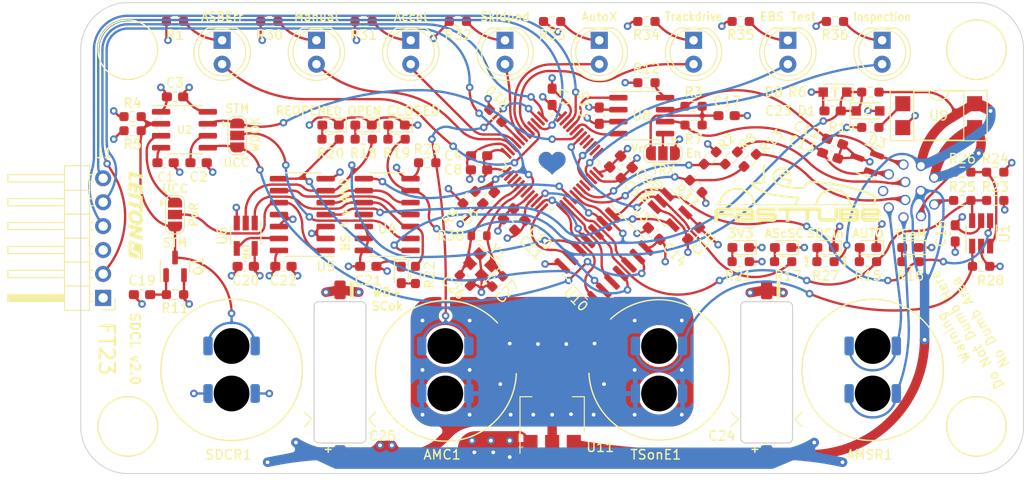
<source format=kicad_pcb>
(kicad_pcb (version 20211014) (generator pcbnew)

  (general
    (thickness 1.6)
  )

  (paper "A4")
  (layers
    (0 "F.Cu" signal)
    (1 "In1.Cu" power "In1-GND.Cu")
    (2 "In2.Cu" power "In2-3V3.Cu")
    (31 "B.Cu" signal)
    (33 "F.Adhes" user "F.Adhesive")
    (35 "F.Paste" user)
    (37 "F.SilkS" user "F.Silkscreen")
    (38 "B.Mask" user)
    (39 "F.Mask" user)
    (40 "Dwgs.User" user "User.Drawings")
    (41 "Cmts.User" user "User.Comments")
    (42 "Eco1.User" user "User.Eco1")
    (43 "Eco2.User" user "User.Eco2")
    (44 "Edge.Cuts" user)
    (45 "Margin" user)
    (46 "B.CrtYd" user "B.Courtyard")
    (47 "F.CrtYd" user "F.Courtyard")
    (49 "F.Fab" user)
  )

  (setup
    (stackup
      (layer "F.SilkS" (type "Top Silk Screen"))
      (layer "F.Paste" (type "Top Solder Paste"))
      (layer "F.Mask" (type "Top Solder Mask") (thickness 0.01))
      (layer "F.Cu" (type "copper") (thickness 0.035))
      (layer "dielectric 1" (type "core") (thickness 0.48) (material "FR4") (epsilon_r 4.5) (loss_tangent 0.02))
      (layer "In1.Cu" (type "copper") (thickness 0.035))
      (layer "dielectric 2" (type "prepreg") (thickness 0.48) (material "FR4") (epsilon_r 4.5) (loss_tangent 0.02))
      (layer "In2.Cu" (type "copper") (thickness 0.035))
      (layer "dielectric 3" (type "core") (thickness 0.48) (material "FR4") (epsilon_r 4.5) (loss_tangent 0.02))
      (layer "B.Cu" (type "copper") (thickness 0.035))
      (layer "B.Mask" (type "Bottom Solder Mask") (thickness 0.01))
      (copper_finish "None")
      (dielectric_constraints no)
    )
    (pad_to_mask_clearance 0)
    (pcbplotparams
      (layerselection 0x00010e0_ffffffff)
      (disableapertmacros false)
      (usegerberextensions false)
      (usegerberattributes true)
      (usegerberadvancedattributes true)
      (creategerberjobfile true)
      (svguseinch false)
      (svgprecision 6)
      (excludeedgelayer true)
      (plotframeref false)
      (viasonmask false)
      (mode 1)
      (useauxorigin false)
      (hpglpennumber 1)
      (hpglpenspeed 20)
      (hpglpendiameter 15.000000)
      (dxfpolygonmode true)
      (dxfimperialunits true)
      (dxfusepcbnewfont true)
      (psnegative false)
      (psa4output false)
      (plotreference true)
      (plotvalue true)
      (plotinvisibletext false)
      (sketchpadsonfab false)
      (subtractmaskfromsilk false)
      (outputformat 1)
      (mirror false)
      (drillshape 0)
      (scaleselection 1)
      (outputdirectory "export/gbr/")
    )
  )

  (net 0 "")
  (net 1 "GND")
  (net 2 "NRST")
  (net 3 "+12V")
  (net 4 "AMC")
  (net 5 "TRACESWO")
  (net 6 "SWDIO")
  (net 7 "SWCLK")
  (net 8 "Net-(R12-Pad1)")
  (net 9 "AMSRin")
  (net 10 "AMSRout")
  (net 11 "+3.3V")
  (net 12 "/CAN TRX/CAN_H")
  (net 13 "/CAN TRX/CAN_L")
  (net 14 "Net-(C19-Pad1)")
  (net 15 "/Connections/SDC_in_3V3")
  (net 16 "Net-(D2-Pad1)")
  (net 17 "Net-(D4-Pad2)")
  (net 18 "/Backup AMI/AMI0")
  (net 19 "Net-(D15-Pad1)")
  (net 20 "/Backup AMI/AMI1")
  (net 21 "Net-(D16-Pad1)")
  (net 22 "/Backup AMI/AMI2")
  (net 23 "Net-(D17-Pad1)")
  (net 24 "/Backup AMI/AMI3")
  (net 25 "Net-(D18-Pad1)")
  (net 26 "/Backup AMI/AMI4")
  (net 27 "Net-(D19-Pad1)")
  (net 28 "/Backup AMI/AMI5")
  (net 29 "Net-(D20-Pad1)")
  (net 30 "/Backup AMI/AMI6")
  (net 31 "Net-(J2-Pad1)")
  (net 32 "Net-(J2-Pad9)")
  (net 33 "Net-(R14-Pad2)")
  (net 34 "Net-(D5-Pad2)")
  (net 35 "Net-(D6-Pad2)")
  (net 36 "Net-(D7-Pad2)")
  (net 37 "Net-(D9-Pad2)")
  (net 38 "Net-(D10-Pad2)")
  (net 39 "Net-(D11-Pad2)")
  (net 40 "Net-(D12-Pad2)")
  (net 41 "Net-(D13-Pad2)")
  (net 42 "/Non-Programmable Logic/~{WDO}")
  (net 43 "/Non-Programmable Logic/RP")
  (net 44 "/Non-Programmable Logic/WP")
  (net 45 "/Controller/TS_activate_MUXed")
  (net 46 "/Non-Programmable Logic/close_while_allowed")
  (net 47 "/Non-Programmable Logic/~{reset_all}")
  (net 48 "/Non-Programmable Logic/closing_allowed")
  (net 49 "/Non-Programmable Logic/~{reopen}")
  (net 50 "/Non-Programmable Logic/WD_and_SDCin_ok")
  (net 51 "/Non-Programmable Logic/~{try_close}")
  (net 52 "Net-(J2-Pad11)")
  (net 53 "Net-(J2-Pad12)")
  (net 54 "Net-(JPPoR1-Pad1)")
  (net 55 "/Connections/SDC_out")
  (net 56 "/Connections/SDC_in")
  (net 57 "/Connections/TS_activate_dash")
  (net 58 "/Controller/Watchdog")
  (net 59 "WD_OK")
  (net 60 "/CAN TRX/CAN_TX")
  (net 61 "/CAN TRX/CAN_RX")
  (net 62 "Net-(D14-Pad1)")
  (net 63 "/Connections/ASMS")
  (net 64 "/Buttons/~{SDC_reset}")
  (net 65 "/Controller/AS_close_SDC")
  (net 66 "CLOSED")
  (net 67 "INITIAL_OPEN")
  (net 68 "REOPENED")
  (net 69 "/Buttons/TS_activate_ext")
  (net 70 "/Controller/SDC_is_ready")
  (net 71 "unconnected-(U7-Pad3)")
  (net 72 "unconnected-(U7-Pad4)")
  (net 73 "Net-(U7-Pad5)")
  (net 74 "Net-(U10-Pad2)")
  (net 75 "Net-(U10-Pad4)")
  (net 76 "Net-(U10-Pad6)")
  (net 77 "Net-(U10-Pad8)")
  (net 78 "Net-(U10-Pad10)")
  (net 79 "Net-(U10-Pad12)")
  (net 80 "unconnected-(U7-Pad20)")
  (net 81 "unconnected-(U7-Pad25)")
  (net 82 "unconnected-(U7-Pad26)")
  (net 83 "unconnected-(U7-Pad27)")
  (net 84 "unconnected-(U7-Pad28)")
  (net 85 "/CAN TRX/Vref")
  (net 86 "Net-(JP1-Pad2)")
  (net 87 "unconnected-(U4-Pad11)")
  (net 88 "Net-(U7-Pad6)")
  (net 89 "LV_SENSE_2")
  (net 90 "LV_SENSE_1")
  (net 91 "unconnected-(U7-Pad29)")
  (net 92 "/Controller/asb_error")
  (net 93 "Net-(R10-Pad1)")
  (net 94 "unconnected-(U7-Pad2)")

  (footprint "Capacitor_SMD:C_0603_1608Metric_Pad1.08x0.95mm_HandSolder" (layer "F.Cu") (at 109 67))

  (footprint "Capacitor_SMD:C_0603_1608Metric_Pad1.08x0.95mm_HandSolder" (layer "F.Cu") (at 112.5 67))

  (footprint "Capacitor_SMD:C_0603_1608Metric_Pad1.08x0.95mm_HandSolder" (layer "F.Cu") (at 110 60 180))

  (footprint "Capacitor_SMD:C_0603_1608Metric_Pad1.08x0.95mm_HandSolder" (layer "F.Cu") (at 142.25 66.25 180))

  (footprint "Capacitor_SMD:C_0603_1608Metric_Pad1.08x0.95mm_HandSolder" (layer "F.Cu") (at 156.717515 68.06066 -45))

  (footprint "Capacitor_SMD:C_0603_1608Metric_Pad1.08x0.95mm_HandSolder" (layer "F.Cu") (at 143.25 70.75 -135))

  (footprint "Capacitor_SMD:C_0603_1608Metric_Pad1.08x0.95mm_HandSolder" (layer "F.Cu") (at 150 60 90))

  (footprint "Capacitor_SMD:C_0603_1608Metric_Pad1.08x0.95mm_HandSolder" (layer "F.Cu") (at 142.25 67.75 180))

  (footprint "Capacitor_SMD:C_0603_1608Metric_Pad1.08x0.95mm_HandSolder" (layer "F.Cu") (at 157.867538 66.897577 -45))

  (footprint "Capacitor_SMD:C_0603_1608Metric_Pad1.08x0.95mm_HandSolder" (layer "F.Cu") (at 146.5 72.5 135))

  (footprint "Capacitor_SMD:C_0603_1608Metric_Pad1.08x0.95mm_HandSolder" (layer "F.Cu") (at 145.43934 73.56066 135))

  (footprint "Capacitor_SMD:C_0603_1608Metric_Pad1.08x0.95mm_HandSolder" (layer "F.Cu") (at 180 64.75 -20))

  (footprint "Capacitor_SMD:C_0603_1608Metric_Pad1.08x0.95mm_HandSolder" (layer "F.Cu") (at 179.5 66.25 160))

  (footprint "Package_TO_SOT_SMD:SOT-23-5_HandSoldering" (layer "F.Cu") (at 162.5 72 -45))

  (footprint "Capacitor_SMD:C_0603_1608Metric_Pad1.08x0.95mm_HandSolder" (layer "F.Cu") (at 155 62 90))

  (footprint "Package_TO_SOT_SMD:SOT-23-5_HandSoldering" (layer "F.Cu") (at 117.5 74.75 -90))

  (footprint "Resistor_SMD:R_0603_1608Metric_Pad0.98x0.95mm_HandSolder" (layer "F.Cu") (at 105.5 62.1))

  (footprint "Resistor_SMD:R_0603_1608Metric_Pad0.98x0.95mm_HandSolder" (layer "F.Cu") (at 105.5 63.6 180))

  (footprint "Resistor_SMD:R_0603_1608Metric_Pad0.98x0.95mm_HandSolder" (layer "F.Cu") (at 183.75 59.5 180))

  (footprint "Resistor_SMD:R_0603_1608Metric_Pad0.98x0.95mm_HandSolder" (layer "F.Cu") (at 141.18934 70.68934 45))

  (footprint "Resistor_SMD:R_0603_1608Metric_Pad0.98x0.95mm_HandSolder" (layer "F.Cu") (at 144 62 135))

  (footprint "Resistor_SMD:R_0603_1608Metric_Pad0.98x0.95mm_HandSolder" (layer "F.Cu") (at 160 58.5 180))

  (footprint "Package_TO_SOT_SMD:SOT-23-6_Handsoldering" (layer "F.Cu") (at 195.5 74.5 90))

  (footprint "Package_SO:SOIC-8_3.9x4.9mm_P1.27mm" (layer "F.Cu") (at 111 63.5))

  (footprint "Package_SO:SOIC-14_3.9x8.7mm_P1.27mm" (layer "F.Cu") (at 132.5 72.5 180))

  (footprint "Package_SO:SOIC-14_3.9x8.7mm_P1.27mm" (layer "F.Cu") (at 123.5 72.503922 180))

  (footprint "Package_QFP:LQFP-48_7x7mm_P0.5mm" (layer "F.Cu") (at 150 67 45))

  (footprint "Package_SO:SOIC-8_3.9x4.9mm_P1.27mm" (layer "F.Cu") (at 159.5 62))

  (footprint "Resistor_SMD:R_0603_1608Metric_Pad0.98x0.95mm_HandSolder" (layer "F.Cu") (at 183.75 63.25))

  (footprint "Package_DIP:DIP-4_W7.62mm_SMDSocket_SmallPads" (layer "F.Cu") (at 191 62))

  (footprint "Capacitor_SMD:C_0603_1608Metric_Pad1.08x0.95mm_HandSolder" (layer "F.Cu") (at 192.75 74.5 90))

  (footprint "Capacitor_SMD:C_0603_1608Metric_Pad1.08x0.95mm_HandSolder" (layer "F.Cu") (at 165 74.5 45))

  (footprint "Capacitor_SMD:C_0603_1608Metric_Pad1.08x0.95mm_HandSolder" (layer "F.Cu") (at 117.5 78))

  (footprint "Capacitor_SMD:C_0603_1608Metric_Pad1.08x0.95mm_HandSolder" (layer "F.Cu") (at 130.5 78 180))

  (footprint "Capacitor_SMD:C_0603_1608Metric_Pad1.08x0.95mm_HandSolder" (layer "F.Cu") (at 121.5 78 180))

  (footprint "Diode_SMD:D_0603_1608Metric_Pad1.05x0.95mm_HandSolder" (layer "F.Cu") (at 183.5 76 180))

  (footprint "Diode_SMD:D_0603_1608Metric_Pad1.05x0.95mm_HandSolder" (layer "F.Cu") (at 188 76 180))

  (footprint "Diode_SMD:D_0603_1608Metric_Pad1.05x0.95mm_HandSolder" (layer "F.Cu") (at 174.5 76 180))

  (footprint "Diode_SMD:D_0603_1608Metric_Pad1.05x0.95mm_HandSolder" (layer "F.Cu") (at 130 63 180))

  (footprint "Diode_SMD:D_0603_1608Metric_Pad1.05x0.95mm_HandSolder" (layer "F.Cu") (at 133.5 63 180))

  (footprint "Diode_SMD:D_0603_1608Metric_Pad1.05x0.95mm_HandSolder" (layer "F.Cu") (at 126.5 63 180))

  (footprint "Diode_SMD:D_0603_1608Metric_Pad1.05x0.95mm_HandSolder" (layer "F.Cu") (at 170 76 180))

  (footprint "Resistor_SMD:R_0603_1608Metric_Pad0.98x0.95mm_HandSolder" (layer "F.Cu") (at 183.5 77.5 180))

  (footprint "Resistor_SMD:R_0603_1608Metric_Pad0.98x0.95mm_HandSolder" (layer "F.Cu") (at 188 77.5))

  (footprint "Diode_SMD:D_0603_1608Metric_Pad1.05x0.95mm_HandSolder" (layer "F.Cu") (at 134 78.9125 -90))

  (footprint "Resistor_SMD:R_0603_1608Metric_Pad0.98x0.95mm_HandSolder" (layer "F.Cu") (at 174.5 77.5 180))

  (footprint "Resistor_SMD:R_0603_1608Metric_Pad0.98x0.95mm_HandSolder" (layer "F.Cu") (at 130.016666 64.5 180))

  (footprint "Resistor_SMD:R_0603_1608Metric_Pad0.98x0.95mm_HandSolder" (layer "F.Cu") (at 133.5 64.5 180))

  (footprint "Resistor_SMD:R_0603_1608Metric_Pad0.98x0.95mm_HandSolder" (layer "F.Cu") (at 126.5 64.5 180))

  (footprint "Resistor_SMD:R_0603_1608Metric_Pad0.98x0.95mm_HandSolder" (layer "F.Cu") (at 170 77.5 180))

  (footprint "Resistor_SMD:R_0603_1608Metric_Pad0.98x0.95mm_HandSolder" (layer "F.Cu") (at 135.5 78.9125 90))

  (footprint "Capacitor_SMD:C_0603_1608Metric_Pad1.08x0.95mm_HandSolder" (layer "F.Cu") (at 179.75 61.5))

  (footprint "Diode_SMD:D_SOD-323_HandSoldering" (layer "F.Cu") (at 180 59.5 180))

  (footprint "MountingHole:MountingHole_3.2mm_M3" (layer "F.Cu")
    (tedit 56D1B4CB) (tstamp 00000000-0000-0000-0000-000061bee488)
    (at 105 55 180)
    (descr "Mounting Hole 3.2mm, no annular, M3")
    (tags "mounting hole 3.2mm no annular m3")
    (property "Sheetfile" "connections.kicad_sch")
    (property "Sheetname" "Connections")
    (path "/00000000-0000-0000-0000-000061bba8ea/00000000-0000-0000-0000-000061bd2819")
    (attr exclude_from_pos_files)
    (fp_text reference "H1" (at 0 -4.2) (layer "F.SilkS") hide
      (effects (font (size 1 1) (thickness 0.15)))
      (tstamp 47fadd5d-e63f-4824-9b10-de5d2fb6df9a)
    )
    (fp_text value "MountingHole" (at 0 4.2) (layer "F.Fab")
      (effects (font (size 1 1) (thickness 0.15)))
      (tstamp 1c823e0b-a9cf-4241-96e0-8c775a87c35a)
    )
    (fp_text use
... [1537943 chars truncated]
</source>
